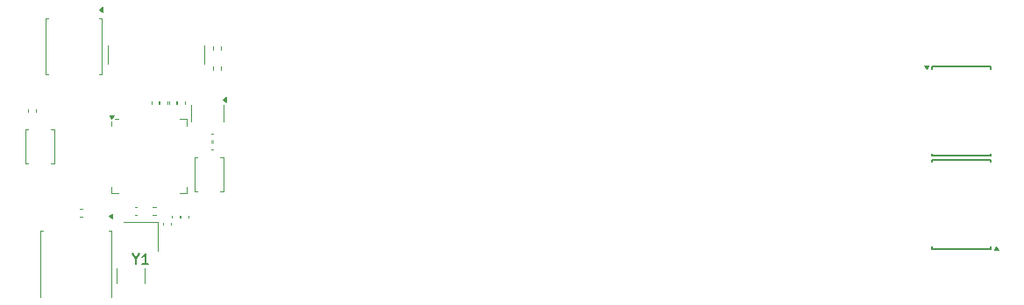
<source format=gbr>
%TF.GenerationSoftware,KiCad,Pcbnew,7.0.11*%
%TF.CreationDate,2025-01-20T01:48:30+09:00*%
%TF.ProjectId,Line,4c696e65-2e6b-4696-9361-645f70636258,rev?*%
%TF.SameCoordinates,Original*%
%TF.FileFunction,Legend,Top*%
%TF.FilePolarity,Positive*%
%FSLAX46Y46*%
G04 Gerber Fmt 4.6, Leading zero omitted, Abs format (unit mm)*
G04 Created by KiCad (PCBNEW 7.0.11) date 2025-01-20 01:48:30*
%MOMM*%
%LPD*%
G01*
G04 APERTURE LIST*
%ADD10C,0.150000*%
%ADD11C,0.120000*%
G04 APERTURE END LIST*
D10*
X113543809Y-111408628D02*
X113543809Y-111884819D01*
X113210476Y-110884819D02*
X113543809Y-111408628D01*
X113543809Y-111408628D02*
X113877142Y-110884819D01*
X114734285Y-111884819D02*
X114162857Y-111884819D01*
X114448571Y-111884819D02*
X114448571Y-110884819D01*
X114448571Y-110884819D02*
X114353333Y-111027676D01*
X114353333Y-111027676D02*
X114258095Y-111122914D01*
X114258095Y-111122914D02*
X114162857Y-111170533D01*
D11*
%TO.C,R31*%
X116610400Y-96107115D02*
X116610400Y-96414397D01*
X115850400Y-96107115D02*
X115850400Y-96414397D01*
%TO.C,Y1*%
X115670000Y-110630000D02*
X115670000Y-107830000D01*
X115670000Y-107830000D02*
X112370000Y-107830000D01*
%TO.C,R30*%
X103140000Y-97193641D02*
X103140000Y-96886359D01*
X103900000Y-97193641D02*
X103900000Y-96886359D01*
%TO.C,J2*%
X120143562Y-90760800D02*
X120143562Y-92460800D01*
X110803562Y-90760800D02*
X110803562Y-92460800D01*
%TO.C,U4*%
X121956000Y-97256600D02*
X121956000Y-96456600D01*
X121956000Y-97256600D02*
X121956000Y-98056600D01*
X118836000Y-97256600D02*
X118836000Y-96456600D01*
X118836000Y-97256600D02*
X118836000Y-98056600D01*
X122236000Y-96196600D02*
X121906000Y-95956600D01*
X122236000Y-95716600D01*
X122236000Y-96196600D01*
G36*
X122236000Y-96196600D02*
G01*
X121906000Y-95956600D01*
X122236000Y-95716600D01*
X122236000Y-96196600D01*
G37*
%TO.C,U6*%
X111195762Y-98496100D02*
X111195762Y-98086100D01*
X111195762Y-105066100D02*
X111195762Y-104416100D01*
X111845762Y-97846100D02*
X111495762Y-97846100D01*
X111845762Y-105066100D02*
X111195762Y-105066100D01*
X117765762Y-97846100D02*
X118415762Y-97846100D01*
X117765762Y-105066100D02*
X118415762Y-105066100D01*
X118415762Y-97846100D02*
X118415762Y-98496100D01*
X118415762Y-105066100D02*
X118415762Y-104416100D01*
X111195762Y-97846100D02*
X110955762Y-97516100D01*
X111435762Y-97516100D01*
X111195762Y-97846100D01*
G36*
X111195762Y-97846100D02*
G01*
X110955762Y-97516100D01*
X111435762Y-97516100D01*
X111195762Y-97846100D01*
G37*
%TO.C,C4*%
X113645836Y-107141600D02*
X113430164Y-107141600D01*
X113645836Y-106421600D02*
X113430164Y-106421600D01*
%TO.C,C5*%
X116175200Y-108108636D02*
X116175200Y-107892964D01*
X116895200Y-108108636D02*
X116895200Y-107892964D01*
%TO.C,R25*%
X115012198Y-96414396D02*
X115012198Y-96107114D01*
X115772198Y-96414396D02*
X115772198Y-96107114D01*
%TO.C,C13*%
X117428600Y-96158164D02*
X117428600Y-96373836D01*
X116708600Y-96158164D02*
X116708600Y-96373836D01*
%TO.C,U5*%
X110243200Y-88054600D02*
X109983200Y-88054600D01*
X104793200Y-88054600D02*
X105053200Y-88054600D01*
X110243200Y-90779600D02*
X110243200Y-88054600D01*
X110243200Y-90779600D02*
X110243200Y-93504600D01*
X104793200Y-90779600D02*
X104793200Y-88054600D01*
X104793200Y-90779600D02*
X104793200Y-93504600D01*
X110243200Y-93504600D02*
X109983200Y-93504600D01*
X104793200Y-93504600D02*
X105053200Y-93504600D01*
X110313200Y-87512100D02*
X109983200Y-87272100D01*
X110313200Y-87032100D01*
X110313200Y-87512100D01*
G36*
X110313200Y-87512100D02*
G01*
X109983200Y-87272100D01*
X110313200Y-87032100D01*
X110313200Y-87512100D01*
G37*
D10*
%TO.C,U2*%
X190368200Y-92753800D02*
X190368200Y-92978800D01*
X190368200Y-92753800D02*
X196118200Y-92753800D01*
X190368200Y-101403800D02*
X190368200Y-101178800D01*
X190368200Y-101403800D02*
X196118200Y-101403800D01*
X196118200Y-92753800D02*
X196118200Y-92978800D01*
X196118200Y-101403800D02*
X196118200Y-101178800D01*
D11*
X189868200Y-93003800D02*
X189628200Y-92673800D01*
X190108200Y-92673800D01*
X189868200Y-93003800D01*
G36*
X189868200Y-93003800D02*
G01*
X189628200Y-92673800D01*
X190108200Y-92673800D01*
X189868200Y-93003800D01*
G37*
%TO.C,SW2*%
X119173800Y-104850200D02*
X119173800Y-101550200D01*
X119473800Y-104850200D02*
X119173800Y-104850200D01*
X121673800Y-104850200D02*
X121973800Y-104850200D01*
X121973800Y-104850200D02*
X121973800Y-101550200D01*
X119173800Y-101550200D02*
X119473800Y-101550200D01*
X121973800Y-101550200D02*
X121673800Y-101550200D01*
%TO.C,SW1*%
X105620000Y-98820000D02*
X105620000Y-102120000D01*
X105320000Y-98820000D02*
X105620000Y-98820000D01*
X103120000Y-98820000D02*
X102820000Y-98820000D01*
X102820000Y-98820000D02*
X102820000Y-102120000D01*
X105620000Y-102120000D02*
X105320000Y-102120000D01*
X102820000Y-102120000D02*
X103120000Y-102120000D01*
D10*
%TO.C,U3*%
X196118200Y-110446200D02*
X196118200Y-110221200D01*
X196118200Y-110446200D02*
X190368200Y-110446200D01*
X196118200Y-101796200D02*
X196118200Y-102021200D01*
X196118200Y-101796200D02*
X190368200Y-101796200D01*
X190368200Y-110446200D02*
X190368200Y-110221200D01*
X190368200Y-101796200D02*
X190368200Y-102021200D01*
D11*
X196858200Y-110526200D02*
X196378200Y-110526200D01*
X196618200Y-110196200D01*
X196858200Y-110526200D01*
G36*
X196858200Y-110526200D02*
G01*
X196378200Y-110526200D01*
X196618200Y-110196200D01*
X196858200Y-110526200D01*
G37*
%TO.C,U1*%
X111194300Y-108680400D02*
X110924300Y-108680400D01*
X104294300Y-108680400D02*
X104564300Y-108680400D01*
X111194300Y-115100400D02*
X111194300Y-108680400D01*
X104294300Y-115100400D02*
X104294300Y-108680400D01*
X111214300Y-107500400D02*
X110884300Y-107260400D01*
X111214300Y-107020400D01*
X111214300Y-107500400D01*
G36*
X111214300Y-107500400D02*
G01*
X110884300Y-107260400D01*
X111214300Y-107020400D01*
X111214300Y-107500400D01*
G37*
%TO.C,R26*%
X121741200Y-92759559D02*
X121741200Y-93066841D01*
X120981200Y-92759559D02*
X120981200Y-93066841D01*
%TO.C,C1*%
X114415400Y-112342348D02*
X114415400Y-113764852D01*
X111695400Y-112342348D02*
X111695400Y-113764852D01*
%TO.C,R32*%
X115136959Y-106376200D02*
X115444241Y-106376200D01*
X115136959Y-107136200D02*
X115444241Y-107136200D01*
%TO.C,C8*%
X118266800Y-96158164D02*
X118266800Y-96373836D01*
X117546800Y-96158164D02*
X117546800Y-96373836D01*
%TO.C,C7*%
X120986436Y-100817000D02*
X120770764Y-100817000D01*
X120986436Y-100097000D02*
X120770764Y-100097000D01*
%TO.C,C3*%
X120986436Y-99978800D02*
X120770764Y-99978800D01*
X120986436Y-99258800D02*
X120770764Y-99258800D01*
%TO.C,R27*%
X120981200Y-91111041D02*
X120981200Y-90803759D01*
X121741200Y-91111041D02*
X121741200Y-90803759D01*
%TO.C,C2*%
X108124164Y-106574000D02*
X108339836Y-106574000D01*
X108124164Y-107294000D02*
X108339836Y-107294000D01*
%TO.C,C10*%
X117013400Y-107422836D02*
X117013400Y-107207164D01*
X117733400Y-107422836D02*
X117733400Y-107207164D01*
%TO.C,C12*%
X117877000Y-107422836D02*
X117877000Y-107207164D01*
X118597000Y-107422836D02*
X118597000Y-107207164D01*
%TD*%
M02*

</source>
